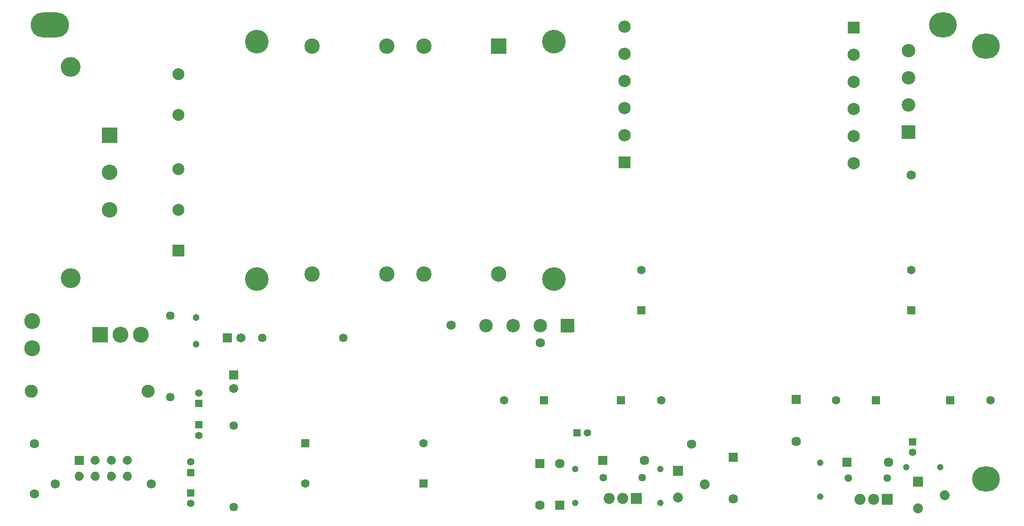
<source format=gts>
G04*
G04 #@! TF.GenerationSoftware,Altium Limited,Altium Designer,23.3.1 (30)*
G04*
G04 Layer_Color=8388736*
%FSLAX25Y25*%
%MOIN*%
G70*
G04*
G04 #@! TF.SameCoordinates,6D9CB1A0-9692-42E5-B266-BE6C9D8843E2*
G04*
G04*
G04 #@! TF.FilePolarity,Negative*
G04*
G01*
G75*
%ADD18C,0.03263*%
%ADD19C,0.09068*%
%ADD20R,0.09068X0.09068*%
%ADD21C,0.06343*%
%ADD22O,0.20485X0.18517*%
%ADD23C,0.07296*%
%ADD24R,0.07296X0.07296*%
%ADD25C,0.04800*%
%ADD26C,0.11430*%
%ADD27R,0.11430X0.11430*%
%ADD28C,0.14580*%
%ADD29C,0.06824*%
%ADD30C,0.09894*%
%ADD31R,0.09894X0.09894*%
%ADD32C,0.07060*%
%ADD33R,0.07060X0.07060*%
%ADD34C,0.06312*%
%ADD35R,0.06312X0.06312*%
%ADD36R,0.06312X0.06312*%
%ADD37R,0.07060X0.07060*%
%ADD38C,0.05674*%
%ADD39C,0.08123*%
%ADD40R,0.08123X0.08123*%
%ADD41C,0.05556*%
%ADD42R,0.05556X0.05556*%
%ADD43C,0.17400*%
%ADD44C,0.11300*%
%ADD45R,0.11300X0.11300*%
%ADD46R,0.09894X0.09894*%
%ADD47C,0.09658*%
%ADD48R,0.05556X0.05556*%
%ADD49C,0.11725*%
%ADD50R,0.11725X0.11725*%
%ADD51O,0.28359X0.18517*%
%ADD52R,0.06737X0.06737*%
%ADD53C,0.06737*%
%ADD54R,0.06737X0.06737*%
%ADD55C,0.06781*%
%ADD56C,0.06525*%
%ADD57R,0.06525X0.06525*%
%ADD58R,0.08792X0.08792*%
%ADD59C,0.08792*%
%ADD60C,0.05131*%
D18*
X78355Y29531D02*
X78044Y30490D01*
X77228Y31083D01*
X76220D01*
X75404Y30490D01*
X75093Y29531D01*
X75404Y28572D01*
X76220Y27980D01*
X77228D01*
X78044Y28572D01*
X78355Y29531D01*
X66544D02*
X66233Y30490D01*
X65417Y31083D01*
X64409D01*
X63593Y30490D01*
X63282Y29531D01*
X63593Y28572D01*
X64409Y27980D01*
X65417D01*
X66233Y28572D01*
X66544Y29531D01*
X54733D02*
X54422Y30490D01*
X53606Y31083D01*
X52598D01*
X51782Y30490D01*
X51471Y29531D01*
X51782Y28572D01*
X52598Y27980D01*
X53606D01*
X54422Y28572D01*
X54733Y29531D01*
X42922D02*
X42610Y30490D01*
X41795Y31083D01*
X40787D01*
X39971Y30490D01*
X39660Y29531D01*
X39971Y28572D01*
X40787Y27980D01*
X41795D01*
X42610Y28572D01*
X42922Y29531D01*
X78355Y41342D02*
X78044Y42301D01*
X77228Y42894D01*
X76220D01*
X75404Y42301D01*
X75093Y41342D01*
X75404Y40383D01*
X76220Y39791D01*
X77228D01*
X78044Y40383D01*
X78355Y41342D01*
X66544D02*
X66233Y42301D01*
X65417Y42894D01*
X64409D01*
X63593Y42301D01*
X63282Y41342D01*
X63593Y40383D01*
X64409Y39791D01*
X65417D01*
X66233Y40383D01*
X66544Y41342D01*
X54733D02*
X54422Y42301D01*
X53606Y42894D01*
X52598D01*
X51782Y42301D01*
X51471Y41342D01*
X51782Y40383D01*
X52598Y39791D01*
X53606D01*
X54422Y40383D01*
X54733Y41342D01*
D19*
X442810Y360892D02*
D03*
Y340892D02*
D03*
Y320892D02*
D03*
Y300892D02*
D03*
Y280892D02*
D03*
X611197Y260181D02*
D03*
Y280181D02*
D03*
Y300181D02*
D03*
Y320181D02*
D03*
Y340181D02*
D03*
D20*
X442810Y260892D02*
D03*
X611197Y360181D02*
D03*
D21*
X175996Y131522D02*
D03*
X235838D02*
D03*
X108447Y87993D02*
D03*
Y147836D02*
D03*
X155101Y66846D02*
D03*
Y7004D02*
D03*
D22*
X708661Y27559D02*
D03*
X677165Y362205D02*
D03*
X708661Y346457D02*
D03*
D23*
X482073Y13792D02*
D03*
X501758Y23634D02*
D03*
X658758Y5728D02*
D03*
X678443Y15570D02*
D03*
D24*
X482073Y33477D02*
D03*
X658758Y25413D02*
D03*
D25*
X674972Y36170D02*
D03*
X649972D02*
D03*
X586797Y14633D02*
D03*
Y39633D02*
D03*
X406421Y10001D02*
D03*
Y35002D02*
D03*
X469165Y10001D02*
D03*
Y35002D02*
D03*
D26*
X63729Y225846D02*
D03*
Y253405D02*
D03*
D27*
Y280964D02*
D03*
D28*
X34989Y175649D02*
D03*
Y331161D02*
D03*
D29*
X380568Y127779D02*
D03*
X315013Y140926D02*
D03*
X653640Y251467D02*
D03*
X492126Y53150D02*
D03*
X8192Y53598D02*
D03*
X8192Y16462D02*
D03*
D30*
X340561Y140473D02*
D03*
X360561D02*
D03*
X380561D02*
D03*
X651670Y343293D02*
D03*
Y323293D02*
D03*
Y303293D02*
D03*
D31*
X400561Y140473D02*
D03*
D32*
X522795Y12696D02*
D03*
X637174Y39905D02*
D03*
X380497Y8240D02*
D03*
X395094Y38984D02*
D03*
X457426Y41236D02*
D03*
X568953Y55303D02*
D03*
D33*
X522795Y43440D02*
D03*
X380497Y38984D02*
D03*
X395094Y8240D02*
D03*
X568953Y86047D02*
D03*
D34*
X469566Y85641D02*
D03*
X353869D02*
D03*
X294591Y53688D02*
D03*
X207592Y24160D02*
D03*
X711869Y85641D02*
D03*
X653543Y181497D02*
D03*
X598278Y85641D02*
D03*
X454949Y181497D02*
D03*
D35*
X440039Y85641D02*
D03*
X383397D02*
D03*
X682341D02*
D03*
X627806D02*
D03*
D36*
X294591Y24160D02*
D03*
X207592Y53688D02*
D03*
X653543Y151969D02*
D03*
X454949D02*
D03*
D37*
X606429Y39905D02*
D03*
X426682Y41236D02*
D03*
D38*
X607431Y28068D02*
D03*
X636172D02*
D03*
X427071Y28410D02*
D03*
X455812D02*
D03*
D39*
X615983Y12638D02*
D03*
X625983D02*
D03*
X431383Y13055D02*
D03*
X441383D02*
D03*
D40*
X635983Y12638D02*
D03*
X451383Y13055D02*
D03*
D41*
X129406Y91005D02*
D03*
X129326Y59537D02*
D03*
X123216Y40044D02*
D03*
Y9396D02*
D03*
X654651Y47069D02*
D03*
X415424Y61596D02*
D03*
D42*
X129406Y83131D02*
D03*
X129326Y67411D02*
D03*
X123216Y32170D02*
D03*
Y17270D02*
D03*
X654651Y54943D02*
D03*
D43*
X171998Y349957D02*
D03*
Y174957D02*
D03*
X390698D02*
D03*
Y349957D02*
D03*
D44*
X212598Y178457D02*
D03*
X267598D02*
D03*
X212598Y346457D02*
D03*
X295098D02*
D03*
X267598D02*
D03*
X295098Y178457D02*
D03*
X350098D02*
D03*
D45*
Y346457D02*
D03*
D46*
X651670Y283293D02*
D03*
D47*
X92054Y92263D02*
D03*
X6070D02*
D03*
D48*
X407550Y61596D02*
D03*
D49*
X6837Y143940D02*
D03*
Y123940D02*
D03*
X86838Y133940D02*
D03*
X71838D02*
D03*
D50*
X56837D02*
D03*
D51*
X19604Y362205D02*
D03*
D52*
X155048Y104094D02*
D03*
D53*
Y94094D02*
D03*
X160291Y131416D02*
D03*
D54*
X150291D02*
D03*
D55*
X23574Y23822D02*
D03*
X94440D02*
D03*
D56*
X76724Y29531D02*
D03*
X64913D02*
D03*
X53102D02*
D03*
X41291D02*
D03*
X76724Y41342D02*
D03*
X64913D02*
D03*
X53102D02*
D03*
D57*
X41291D02*
D03*
D58*
X114278Y195776D02*
D03*
D59*
Y225776D02*
D03*
Y255776D02*
D03*
Y295776D02*
D03*
Y325776D02*
D03*
D60*
X127378Y146460D02*
D03*
Y126775D02*
D03*
M02*

</source>
